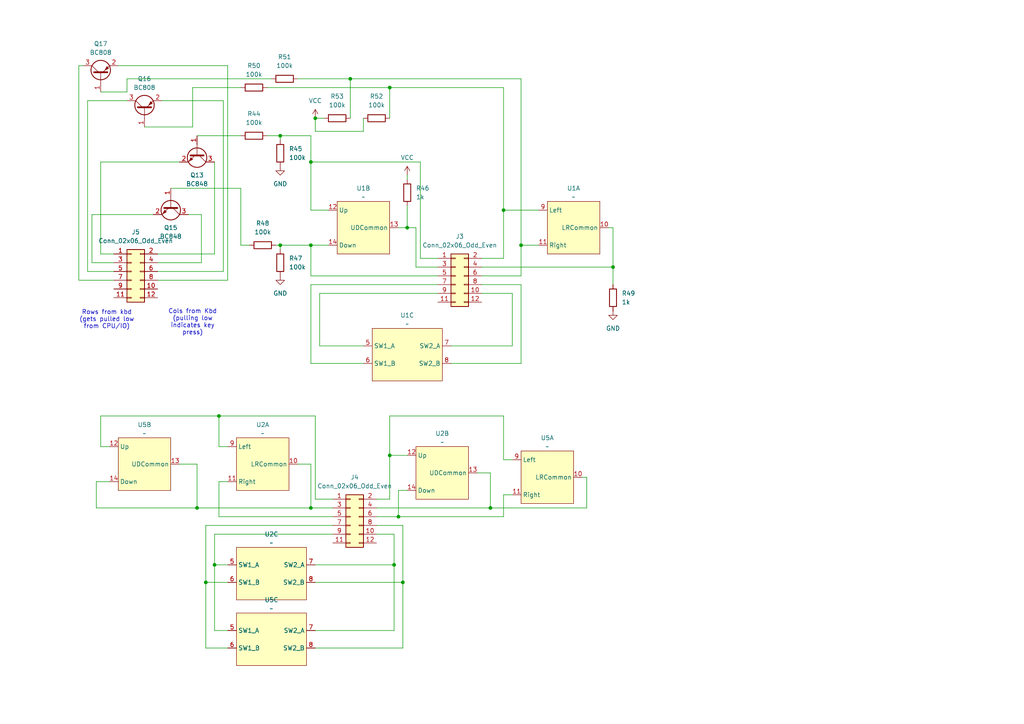
<source format=kicad_sch>
(kicad_sch (version 20250114) (generator "eeschema") (generator_version "9.0")
  (paper "A4")
  (lib_symbols
    (symbol "Connector_Generic:Conn_02x06_Odd_Even" (pin_names (offset 1.016) (hide yes))
      (property "Reference" "J" (at 1.27 7.62 0))
      (property "Value" "Conn_02x06_Odd_Even" (at 1.27 -10.16 0))
      (symbol "Conn_02x06_Odd_Even_1_1"
        (rectangle (start -1.27 6.35) (end 3.81 -8.89) (stroke (width 0.254)) (fill (type background)))
        (rectangle (start -1.27 5.207) (end 0 4.953) (stroke (width 0.1524)))
        (rectangle (start -1.27 2.667) (end 0 2.413) (stroke (width 0.1524)))
        (rectangle (start -1.27 0.127) (end 0 -0.127) (stroke (width 0.1524)))
        (rectangle (start -1.27 -2.413) (end 0 -2.667) (stroke (width 0.1524)))
        (rectangle (start -1.27 -4.953) (end 0 -5.207) (stroke (width 0.1524)))
        (rectangle (start -1.27 -7.493) (end 0 -7.747) (stroke (width 0.1524)))
        (rectangle (start 3.81 5.207) (end 2.54 4.953) (stroke (width 0.1524)))
        (rectangle (start 3.81 2.667) (end 2.54 2.413) (stroke (width 0.1524)))
        (rectangle (start 3.81 0.127) (end 2.54 -0.127) (stroke (width 0.1524)))
        (rectangle (start 3.81 -2.413) (end 2.54 -2.667) (stroke (width 0.1524)))
        (rectangle (start 3.81 -4.953) (end 2.54 -5.207) (stroke (width 0.1524)))
        (rectangle (start 3.81 -7.493) (end 2.54 -7.747) (stroke (width 0.1524)))
        (pin passive line (at -5.08 5.08 0) (length 3.81) (name "Pin_1") (number "1"))
        (pin passive line (at -5.08 2.54 0) (length 3.81) (name "Pin_3") (number "3"))
        (pin passive line (at -5.08 0 0) (length 3.81) (name "Pin_5") (number "5"))
        (pin passive line (at -5.08 -2.54 0) (length 3.81) (name "Pin_7") (number "7"))
        (pin passive line (at -5.08 -5.08 0) (length 3.81) (name "Pin_9") (number "9"))
        (pin passive line (at -5.08 -7.62 0) (length 3.81) (name "Pin_11") (number "11"))
        (pin passive line (at 7.62 5.08 180) (length 3.81) (name "Pin_2") (number "2"))
        (pin passive line (at 7.62 2.54 180) (length 3.81) (name "Pin_4") (number "4"))
        (pin passive line (at 7.62 0 180) (length 3.81) (name "Pin_6") (number "6"))
        (pin passive line (at 7.62 -2.54 180) (length 3.81) (name "Pin_8") (number "8"))
        (pin passive line (at 7.62 -5.08 180) (length 3.81) (name "Pin_10") (number "10"))
        (pin passive line (at 7.62 -7.62 180) (length 3.81) (name "Pin_12") (number "12"))
      )
    )
    (symbol "Device:R" (pin_numbers (hide yes)) (pin_names (offset 0))
      (property "Reference" "R" (at 2.032 0 90))
      (property "Value" "R" (at 0 0 90))
      (symbol "R_0_1"
        (rectangle (start -1.016 -2.54) (end 1.016 2.54) (stroke (width 0.254)))
      )
      (symbol "R_1_1"
        (pin passive line (at 0 3.81 270) (length 1.27) (name "~") (number "1"))
        (pin passive line (at 0 -3.81 90) (length 1.27) (name "~") (number "2"))
      )
    )
    (symbol "Transistor_BJT:BC808" (pin_names (offset 0) (hide yes))
      (property "Reference" "Q" (at 5.08 1.905 0))
      (property "Value" "BC808" (at 5.08 0 0))
      (symbol "BC808_0_1"
        (polyline (pts (xy -2.54 0) (xy 0.635 0)))
        (polyline (pts (xy 0.635 1.905) (xy 0.635 -1.905)) (stroke (width 0.508)))
        (polyline (pts (xy 0.635 0.635) (xy 2.54 2.54)))
        (polyline (pts (xy 0.635 -0.635) (xy 2.54 -2.54)))
        (circle (center 1.27 0) (radius 2.8194) (stroke (width 0.254)))
        (polyline (pts (xy 2.286 -1.778) (xy 1.778 -2.286) (xy 1.27 -1.27) (xy 2.286 -1.778)) (fill (type outline)))
      )
      (symbol "BC808_1_1"
        (pin input line (at -5.08 0 0) (length 2.54) (name "B") (number "1"))
        (pin passive line (at 2.54 5.08 270) (length 2.54) (name "C") (number "3"))
        (pin passive line (at 2.54 -5.08 90) (length 2.54) (name "E") (number "2"))
      )
    )
    (symbol "Transistor_BJT:BC848" (pin_names (offset 0) (hide yes))
      (property "Reference" "Q" (at 5.08 1.905 0))
      (property "Value" "BC848" (at 5.08 0 0))
      (symbol "BC848_0_1"
        (polyline (pts (xy -2.54 0) (xy 0.635 0)))
        (polyline (pts (xy 0.635 1.905) (xy 0.635 -1.905)) (stroke (width 0.508)))
        (circle (center 1.27 0) (radius 2.8194) (stroke (width 0.254)))
      )
      (symbol "BC848_1_1"
        (polyline (pts (xy 0.635 0.635) (xy 2.54 2.54)))
        (polyline (pts (xy 0.635 -0.635) (xy 2.54 -2.54)))
        (polyline (pts (xy 1.27 -1.778) (xy 1.778 -1.27) (xy 2.286 -2.286) (xy 1.27 -1.778)) (fill (type outline)))
        (pin input line (at -5.08 0 0) (length 2.54) (name "B") (number "1"))
        (pin passive line (at 2.54 5.08 270) (length 2.54) (name "C") (number "3"))
        (pin passive line (at 2.54 -5.08 90) (length 2.54) (name "E") (number "2"))
      )
    )
    (symbol "petkn:Thumbstick_with_switch"
      (property "Reference" "U" (at 0 10.16 0))
      (symbol "Thumbstick_with_switch_1_1"
        (rectangle (start -7.62 7.62) (end 7.62 -7.62) (fill (type background)))
        (pin input line (at -10.16 5.08 0) (length 2.54) (name "Left") (number "9"))
        (pin input line (at -10.16 -5.08 0) (length 2.54) (name "Right") (number "11"))
        (pin input line (at 10.16 0 180) (length 2.54) (name "LRCommon") (number "10"))
      )
      (symbol "Thumbstick_with_switch_2_1"
        (rectangle (start -7.62 7.62) (end 7.62 -7.62) (fill (type background)))
        (pin input line (at -10.16 5.08 0) (length 2.54) (name "Up") (number "12"))
        (pin input line (at -10.16 -5.08 0) (length 2.54) (name "Down") (number "14"))
        (pin input line (at 10.16 0 180) (length 2.54) (name "UDCommon") (number "13"))
      )
      (symbol "Thumbstick_with_switch_3_1"
        (rectangle (start -10.16 7.62) (end 10.16 -7.62) (fill (type background)))
        (pin input line (at -12.7 2.54 0) (length 2.54) (name "SW1_A") (number "5"))
        (pin input line (at -12.7 -2.54 0) (length 2.54) (name "SW1_B") (number "6"))
        (pin input line (at 12.7 2.54 180) (length 2.54) (name "SW2_A") (number "7"))
        (pin input line (at 12.7 -2.54 180) (length 2.54) (name "SW2_B") (number "8"))
      )
      (symbol "Thumbstick_with_switch_4_1"
        (rectangle (start -7.62 5.08) (end 7.62 -5.08) (fill (type background)))
        (pin input line (at -10.16 2.54 0) (length 2.54) (name "GND1") (number "1"))
        (pin input line (at -10.16 -2.54 0) (length 2.54) (name "GND2") (number "2"))
        (pin input line (at 10.16 2.54 180) (length 2.54) (name "GND3") (number "3"))
        (pin input line (at 10.16 -2.54 180) (length 2.54) (name "GND4") (number "4"))
      )
    )
    (symbol "power:GND" (power) (pin_numbers (hide yes)) (pin_names (offset 0) (hide yes))
      (property "Value" "GND" (at 0 -3.81 0))
      (symbol "GND_0_1"
        (polyline (pts (xy 0 0) (xy 0 -1.27) (xy 1.27 -1.27) (xy 0 -2.54) (xy -1.27 -1.27) (xy 0 -1.27)))
      )
      (symbol "GND_1_1"
        (pin power_in line (at 0 0 270) (length 0) (name "~") (number "1"))
      )
    )
    (symbol "power:VCC" (power) (pin_numbers (hide yes)) (pin_names (offset 0) (hide yes))
      (property "Value" "VCC" (at 0 3.556 0))
      (symbol "VCC_0_1"
        (polyline (pts (xy -0.762 1.27) (xy 0 2.54)))
        (polyline (pts (xy 0 2.54) (xy 0.762 1.27)))
        (polyline (pts (xy 0 0) (xy 0 2.54)))
      )
      (symbol "VCC_1_1"
        (pin power_in line (at 0 0 90) (length 0) (name "~") (number "1"))
      )
    )
  )
  (text "Rows from kbd\n(gets pulled low\nfrom CPU/IO)\n" (at 30.988 92.71 0) (effects (font (size 1.27 1.27))))
  (text "Cols from Kbd\n(pulling low\nindicates key\npress)" (at 55.88 93.472 0) (effects (font (size 1.27 1.27))))
  (junction (at 81.28 39.37))
  (junction (at 113.03 25.4))
  (junction (at 91.44 34.29))
  (junction (at 142.24 147.32))
  (junction (at 118.11 66.04))
  (junction (at 151.13 71.12))
  (junction (at 177.8 77.47))
  (junction (at 115.57 149.86))
  (junction (at 59.69 168.91))
  (junction (at 81.28 71.12))
  (junction (at 62.23 163.83))
  (junction (at 90.17 46.99))
  (junction (at 63.5 120.65))
  (junction (at 90.17 71.12))
  (junction (at 146.05 60.96))
  (junction (at 114.3 163.83))
  (junction (at 57.15 147.32))
  (junction (at 90.17 147.32))
  (junction (at 101.6 22.86))
  (junction (at 113.03 132.08))
  (junction (at 116.84 168.91))
  (wire (pts (xy 91.44 120.65) (xy 63.5 120.65)))
  (wire (pts (xy 148.59 133.35) (xy 146.05 133.35)))
  (wire (pts (xy 151.13 82.55) (xy 151.13 105.41)))
  (wire (pts (xy 29.21 129.54) (xy 29.21 120.65)))
  (wire (pts (xy 115.57 149.86) (xy 115.57 142.24)))
  (wire (pts (xy 120.65 66.04) (xy 120.65 77.47)))
  (wire (pts (xy 114.3 163.83) (xy 114.3 154.94)))
  (wire (pts (xy 109.22 147.32) (xy 142.24 147.32)))
  (wire (pts (xy 55.88 25.4) (xy 69.85 25.4)))
  (wire (pts (xy 46.99 29.21) (xy 64.77 29.21)))
  (wire (pts (xy 146.05 149.86) (xy 115.57 149.86)))
  (wire (pts (xy 90.17 134.62) (xy 90.17 147.32)))
  (wire (pts (xy 151.13 71.12) (xy 151.13 80.01)))
  (wire (pts (xy 63.5 139.7) (xy 66.04 139.7)))
  (wire (pts (xy 139.7 82.55) (xy 151.13 82.55)))
  (wire (pts (xy 90.17 82.55) (xy 90.17 105.41)))
  (wire (pts (xy 118.11 59.69) (xy 118.11 66.04)))
  (wire (pts (xy 130.81 100.33) (xy 148.59 100.33)))
  (wire (pts (xy 22.86 19.05) (xy 24.13 19.05)))
  (wire (pts (xy 86.36 134.62) (xy 90.17 134.62)))
  (wire (pts (xy 81.28 40.64) (xy 81.28 39.37)))
  (wire (pts (xy 168.91 138.43) (xy 170.18 138.43)))
  (wire (pts (xy 90.17 147.32) (xy 96.52 147.32)))
  (wire (pts (xy 25.4 29.21) (xy 36.83 29.21)))
  (wire (pts (xy 22.86 81.28) (xy 22.86 19.05)))
  (wire (pts (xy 69.85 54.61) (xy 69.85 71.12)))
  (wire (pts (xy 64.77 29.21) (xy 64.77 78.74)))
  (wire (pts (xy 26.67 76.2) (xy 26.67 62.23)))
  (wire (pts (xy 95.25 71.12) (xy 90.17 71.12)))
  (wire (pts (xy 62.23 182.88) (xy 62.23 163.83)))
  (wire (pts (xy 156.21 60.96) (xy 146.05 60.96)))
  (wire (pts (xy 113.03 132.08) (xy 118.11 132.08)))
  (wire (pts (xy 33.02 76.2) (xy 26.67 76.2)))
  (wire (pts (xy 105.41 38.1) (xy 91.44 38.1)))
  (wire (pts (xy 170.18 138.43) (xy 170.18 147.32)))
  (wire (pts (xy 33.02 81.28) (xy 22.86 81.28)))
  (wire (pts (xy 101.6 22.86) (xy 101.6 34.29)))
  (wire (pts (xy 29.21 26.67) (xy 36.83 26.67)))
  (wire (pts (xy 177.8 77.47) (xy 177.8 82.55)))
  (wire (pts (xy 62.23 73.66) (xy 62.23 46.99)))
  (wire (pts (xy 29.21 46.99) (xy 29.21 73.66)))
  (wire (pts (xy 57.15 147.32) (xy 90.17 147.32)))
  (wire (pts (xy 66.04 81.28) (xy 45.72 81.28)))
  (wire (pts (xy 91.44 34.29) (xy 93.98 34.29)))
  (wire (pts (xy 57.15 134.62) (xy 57.15 147.32)))
  (wire (pts (xy 116.84 152.4) (xy 109.22 152.4)))
  (wire (pts (xy 113.03 25.4) (xy 146.05 25.4)))
  (wire (pts (xy 146.05 120.65) (xy 113.03 120.65)))
  (wire (pts (xy 114.3 154.94) (xy 109.22 154.94)))
  (wire (pts (xy 55.88 36.83) (xy 55.88 25.4)))
  (wire (pts (xy 62.23 163.83) (xy 66.04 163.83)))
  (wire (pts (xy 130.81 105.41) (xy 151.13 105.41)))
  (wire (pts (xy 146.05 143.51) (xy 146.05 149.86)))
  (wire (pts (xy 170.18 147.32) (xy 142.24 147.32)))
  (wire (pts (xy 91.44 182.88) (xy 114.3 182.88)))
  (wire (pts (xy 115.57 142.24) (xy 118.11 142.24)))
  (wire (pts (xy 151.13 80.01) (xy 139.7 80.01)))
  (wire (pts (xy 91.44 168.91) (xy 116.84 168.91)))
  (wire (pts (xy 66.04 182.88) (xy 62.23 182.88)))
  (wire (pts (xy 62.23 154.94) (xy 62.23 163.83)))
  (wire (pts (xy 148.59 100.33) (xy 148.59 85.09)))
  (wire (pts (xy 27.94 139.7) (xy 27.94 147.32)))
  (wire (pts (xy 101.6 22.86) (xy 151.13 22.86)))
  (wire (pts (xy 57.15 39.37) (xy 69.85 39.37)))
  (wire (pts (xy 127 85.09) (xy 92.71 85.09)))
  (wire (pts (xy 96.52 152.4) (xy 59.69 152.4)))
  (wire (pts (xy 77.47 39.37) (xy 81.28 39.37)))
  (wire (pts (xy 142.24 137.16) (xy 138.43 137.16)))
  (wire (pts (xy 90.17 71.12) (xy 90.17 80.01)))
  (wire (pts (xy 36.83 26.67) (xy 36.83 22.86)))
  (wire (pts (xy 25.4 78.74) (xy 25.4 29.21)))
  (wire (pts (xy 31.75 129.54) (xy 29.21 129.54)))
  (wire (pts (xy 113.03 120.65) (xy 113.03 132.08)))
  (wire (pts (xy 27.94 147.32) (xy 57.15 147.32)))
  (wire (pts (xy 90.17 80.01) (xy 127 80.01)))
  (wire (pts (xy 151.13 22.86) (xy 151.13 71.12)))
  (wire (pts (xy 109.22 149.86) (xy 115.57 149.86)))
  (wire (pts (xy 116.84 187.96) (xy 116.84 168.91)))
  (wire (pts (xy 96.52 144.78) (xy 91.44 144.78)))
  (wire (pts (xy 45.72 76.2) (xy 58.42 76.2)))
  (wire (pts (xy 118.11 52.07) (xy 118.11 50.8)))
  (wire (pts (xy 59.69 187.96) (xy 59.69 168.91)))
  (wire (pts (xy 177.8 66.04) (xy 177.8 77.47)))
  (wire (pts (xy 95.25 60.96) (xy 90.17 60.96)))
  (wire (pts (xy 146.05 25.4) (xy 146.05 60.96)))
  (wire (pts (xy 80.01 71.12) (xy 81.28 71.12)))
  (wire (pts (xy 81.28 72.39) (xy 81.28 71.12)))
  (wire (pts (xy 92.71 85.09) (xy 92.71 100.33)))
  (wire (pts (xy 49.53 54.61) (xy 69.85 54.61)))
  (wire (pts (xy 36.83 22.86) (xy 78.74 22.86)))
  (wire (pts (xy 146.05 60.96) (xy 146.05 74.93)))
  (wire (pts (xy 96.52 154.94) (xy 62.23 154.94)))
  (wire (pts (xy 63.5 149.86) (xy 63.5 139.7)))
  (wire (pts (xy 77.47 25.4) (xy 113.03 25.4)))
  (wire (pts (xy 113.03 25.4) (xy 113.03 34.29)))
  (wire (pts (xy 114.3 182.88) (xy 114.3 163.83)))
  (wire (pts (xy 115.57 66.04) (xy 118.11 66.04)))
  (wire (pts (xy 86.36 22.86) (xy 101.6 22.86)))
  (wire (pts (xy 64.77 78.74) (xy 45.72 78.74)))
  (wire (pts (xy 81.28 39.37) (xy 90.17 39.37)))
  (wire (pts (xy 63.5 120.65) (xy 63.5 129.54)))
  (wire (pts (xy 33.02 73.66) (xy 29.21 73.66)))
  (wire (pts (xy 91.44 187.96) (xy 116.84 187.96)))
  (wire (pts (xy 96.52 149.86) (xy 63.5 149.86)))
  (wire (pts (xy 90.17 46.99) (xy 121.92 46.99)))
  (wire (pts (xy 69.85 71.12) (xy 72.39 71.12)))
  (wire (pts (xy 177.8 77.47) (xy 139.7 77.47)))
  (wire (pts (xy 52.07 46.99) (xy 29.21 46.99)))
  (wire (pts (xy 29.21 120.65) (xy 63.5 120.65)))
  (wire (pts (xy 148.59 85.09) (xy 139.7 85.09)))
  (wire (pts (xy 109.22 144.78) (xy 113.03 144.78)))
  (wire (pts (xy 92.71 100.33) (xy 105.41 100.33)))
  (wire (pts (xy 121.92 74.93) (xy 127 74.93)))
  (wire (pts (xy 148.59 143.51) (xy 146.05 143.51)))
  (wire (pts (xy 118.11 66.04) (xy 120.65 66.04)))
  (wire (pts (xy 58.42 76.2) (xy 58.42 62.23)))
  (wire (pts (xy 63.5 129.54) (xy 66.04 129.54)))
  (wire (pts (xy 52.07 134.62) (xy 57.15 134.62)))
  (wire (pts (xy 81.28 71.12) (xy 90.17 71.12)))
  (wire (pts (xy 58.42 62.23) (xy 54.61 62.23)))
  (wire (pts (xy 33.02 78.74) (xy 25.4 78.74)))
  (wire (pts (xy 90.17 105.41) (xy 105.41 105.41)))
  (wire (pts (xy 113.03 144.78) (xy 113.03 132.08)))
  (wire (pts (xy 116.84 168.91) (xy 116.84 152.4)))
  (wire (pts (xy 120.65 77.47) (xy 127 77.47)))
  (wire (pts (xy 59.69 168.91) (xy 66.04 168.91)))
  (wire (pts (xy 156.21 71.12) (xy 151.13 71.12)))
  (wire (pts (xy 176.53 66.04) (xy 177.8 66.04)))
  (wire (pts (xy 121.92 46.99) (xy 121.92 74.93)))
  (wire (pts (xy 59.69 152.4) (xy 59.69 168.91)))
  (wire (pts (xy 91.44 144.78) (xy 91.44 120.65)))
  (wire (pts (xy 66.04 187.96) (xy 59.69 187.96)))
  (wire (pts (xy 91.44 38.1) (xy 91.44 34.29)))
  (wire (pts (xy 66.04 19.05) (xy 66.04 81.28)))
  (wire (pts (xy 41.91 36.83) (xy 55.88 36.83)))
  (wire (pts (xy 31.75 139.7) (xy 27.94 139.7)))
  (wire (pts (xy 127 82.55) (xy 90.17 82.55)))
  (wire (pts (xy 146.05 74.93) (xy 139.7 74.93)))
  (wire (pts (xy 146.05 133.35) (xy 146.05 120.65)))
  (wire (pts (xy 26.67 62.23) (xy 44.45 62.23)))
  (wire (pts (xy 90.17 39.37) (xy 90.17 46.99)))
  (wire (pts (xy 45.72 73.66) (xy 62.23 73.66)))
  (wire (pts (xy 34.29 19.05) (xy 66.04 19.05)))
  (wire (pts (xy 105.41 34.29) (xy 105.41 38.1)))
  (wire (pts (xy 91.44 163.83) (xy 114.3 163.83)))
  (wire (pts (xy 142.24 147.32) (xy 142.24 137.16)))
  (wire (pts (xy 90.17 60.96) (xy 90.17 46.99)))
  (symbol (lib_id "Device:R") (at 73.66 25.4 90) (unit 1)
    (property "Reference" "R50" (at 73.66 19.05 90))
    (property "Value" "100k" (at 73.66 21.59 90))
    (property "Footprint" "Resistor_THT:R_Axial_DIN0204_L3.6mm_D1.6mm_P2.54mm_Vertical" (effects (hide yes)))
    (property "Description" "Resistor" (effects (hide yes)))
  )
  (symbol (lib_id "Device:R") (at 118.11 55.88 180) (unit 1)
    (property "Reference" "R46" (at 120.65 54.6099 0) (effects (justify right)))
    (property "Value" "1k" (at 120.65 57.1499 0) (effects (justify right)))
    (property "Footprint" "Resistor_THT:R_Axial_DIN0204_L3.6mm_D1.6mm_P2.54mm_Vertical" (effects (hide yes)))
    (property "Description" "Resistor" (effects (hide yes)))
  )
  (symbol (lib_id "Connector_Generic:Conn_02x06_Odd_Even") (at 132.08 80.01 0) (unit 1)
    (property "Reference" "J3" (at 133.35 68.58 0))
    (property "Value" "Conn_02x06_Odd_Even" (at 133.35 71.12 0))
    (property "Footprint" "Connector_PinHeader_2.54mm:PinHeader_2x06_P2.54mm_Vertical" (effects (hide yes)))
    (property "Description" "Generic connector, double row, 02x06, odd/even pin numbering scheme (row 1 odd numbers, row 2 even numbers), script generated (kicad-library-utils/schlib/autogen/connector/)" (effects (hide yes)))
    (property "LCSC" "C9136" (effects (hide yes)))
  )
  (symbol (lib_id "petkn:Thumbstick_with_switch") (at 78.74 185.42 0) (unit 3)
    (property "Reference" "U5" (at 78.74 173.99 0))
    (property "Value" "~" (at 78.74 176.53 0))
    (property "Footprint" "petkn:THB Miniature Thumbstick THB001P" (effects (hide yes)))
    (property "Mouser" "611-THB001P " (effects (hide yes)))
    (property "LCSC" "C2685355" (effects (hide yes)))
  )
  (symbol (lib_id "Transistor_BJT:BC808") (at 29.21 21.59 90) (unit 1)
    (property "Reference" "Q17" (at 29.21 12.7 90))
    (property "Value" "BC808" (at 29.21 15.24 90))
    (property "Footprint" "Package_TO_SOT_SMD:SOT-23" (effects (hide yes)))
    (property "Datasheet" "https://www.onsemi.com/pub/Collateral/BC808-D.pdf" (effects (hide yes)))
    (property "Description" "0.8A Ic, 25V Vce, PNP Transistor, SOT-23" (effects (hide yes)))
    (property "LCSC" "C605311" (effects (hide yes)))
  )
  (symbol (lib_id "petkn:Thumbstick_with_switch") (at 158.75 138.43 0) (unit 1)
    (property "Reference" "U5" (at 158.75 127 0))
    (property "Value" "~" (at 158.75 129.54 0))
    (property "Footprint" "petkn:THB Miniature Thumbstick THB001P" (effects (hide yes)))
    (property "Mouser" "611-THB001P " (effects (hide yes)))
    (property "LCSC" "C2685355" (effects (hide yes)))
  )
  (symbol (lib_id "petkn:Thumbstick_with_switch") (at 76.2 134.62 0) (unit 1)
    (property "Reference" "U2" (at 76.2 123.19 0))
    (property "Value" "~" (at 76.2 125.73 0))
    (property "Footprint" "petkn:true-components-98002c3-ps2-ps3" (effects (hide yes)))
    (property "Conrad" "1566389 - VQ" (effects (hide yes)))
    (property "True-components" "425624" (effects (hide yes)))
  )
  (symbol (lib_id "power:GND") (at 177.8 90.17 0) (unit 1)
    (property "Reference" "#PWR028" (effects (hide yes)))
    (property "Value" "GND" (at 177.8 95.25 0))
    (property "Description" "Power symbol creates a global label with name \"GND\" , ground" (effects (hide yes)))
  )
  (symbol (lib_id "power:GND") (at 81.28 48.26 0) (unit 1)
    (property "Reference" "#PWR025" (effects (hide yes)))
    (property "Value" "GND" (at 81.28 53.34 0))
    (property "Description" "Power symbol creates a global label with name \"GND\" , ground" (effects (hide yes)))
  )
  (symbol (lib_id "Connector_Generic:Conn_02x06_Odd_Even") (at 101.6 149.86 0) (unit 1)
    (property "Reference" "J4" (at 102.87 138.43 0))
    (property "Value" "Conn_02x06_Odd_Even" (at 102.87 140.97 0))
    (property "Footprint" "Connector_PinHeader_2.54mm:PinHeader_2x06_P2.54mm_Vertical" (effects (hide yes)))
    (property "Description" "Generic connector, double row, 02x06, odd/even pin numbering scheme (row 1 odd numbers, row 2 even numbers), script generated (kicad-library-utils/schlib/autogen/connector/)" (effects (hide yes)))
    (property "LCSC" "C9136" (effects (hide yes)))
  )
  (symbol (lib_id "Transistor_BJT:BC848") (at 49.53 59.69 270) (unit 1)
    (property "Reference" "Q15" (at 49.53 66.04 90))
    (property "Value" "BC848" (at 49.53 68.58 90))
    (property "Footprint" "Package_TO_SOT_SMD:SOT-23" (effects (hide yes)))
    (property "Datasheet" "http://www.infineon.com/dgdl/Infineon-BC847SERIES_BC848SERIES_BC849SERIES_BC850SERIES-DS-v01_01-en.pdf?fileId=db3a304314dca389011541d4630a1657" (effects (hide yes)))
    (property "Description" "0.1A Ic, 30V Vce, NPN Transistor, SOT-23" (effects (hide yes)))
    (property "LCSC" "C5184434" (effects (hide yes)))
  )
  (symbol (lib_id "power:VCC") (at 118.11 50.8 0) (unit 1)
    (property "Reference" "#PWR026" (effects (hide yes)))
    (property "Value" "VCC" (at 118.11 45.72 0))
    (property "Description" "Power symbol creates a global label with name \"VCC\"" (effects (hide yes)))
  )
  (symbol (lib_id "power:VCC") (at 91.44 34.29 0) (unit 1)
    (property "Reference" "#PWR029" (effects (hide yes)))
    (property "Value" "VCC" (at 91.44 29.21 0))
    (property "Description" "Power symbol creates a global label with name \"VCC\"" (effects (hide yes)))
  )
  (symbol (lib_id "petkn:Thumbstick_with_switch") (at 105.41 66.04 0) (unit 2)
    (property "Reference" "U1" (at 105.41 54.61 0))
    (property "Value" "~" (at 105.41 57.15 0))
    (property "Footprint" "petkn:THB Miniature Thumbstick THB001P" (effects (hide yes)))
    (property "Mouser" "611-THB001P " (effects (hide yes)))
    (property "LCSC" "C2685355" (effects (hide yes)))
  )
  (symbol (lib_id "power:GND") (at 81.28 80.01 0) (unit 1)
    (property "Reference" "#PWR027" (effects (hide yes)))
    (property "Value" "GND" (at 81.28 85.09 0))
    (property "Description" "Power symbol creates a global label with name \"GND\" , ground" (effects (hide yes)))
  )
  (symbol (lib_id "petkn:Thumbstick_with_switch") (at 166.37 66.04 0) (unit 1)
    (property "Reference" "U1" (at 166.37 54.61 0))
    (property "Value" "~" (at 166.37 57.15 0))
    (property "Footprint" "petkn:THB Miniature Thumbstick THB001P" (effects (hide yes)))
    (property "Mouser" "611-THB001P " (effects (hide yes)))
    (property "LCSC" "C2685355" (effects (hide yes)))
  )
  (symbol (lib_id "petkn:Thumbstick_with_switch") (at 128.27 137.16 0) (unit 2)
    (property "Reference" "U2" (at 128.27 125.73 0))
    (property "Value" "~" (at 128.27 128.27 0))
    (property "Footprint" "petkn:true-components-98002c3-ps2-ps3" (effects (hide yes)))
    (property "Conrad" "1566389 - VQ" (effects (hide yes)))
    (property "True-components" "425624" (effects (hide yes)))
  )
  (symbol (lib_id "Device:R") (at 81.28 76.2 180) (unit 1)
    (property "Reference" "R47" (at 83.82 74.9299 0) (effects (justify right)))
    (property "Value" "100k" (at 83.82 77.4699 0) (effects (justify right)))
    (property "Footprint" "Resistor_THT:R_Axial_DIN0204_L3.6mm_D1.6mm_P2.54mm_Vertical" (effects (hide yes)))
    (property "Description" "Resistor" (effects (hide yes)))
  )
  (symbol (lib_id "petkn:Thumbstick_with_switch") (at 78.74 166.37 0) (unit 3)
    (property "Reference" "U2" (at 78.74 154.94 0))
    (property "Value" "~" (at 78.74 157.48 0))
    (property "Footprint" "petkn:true-components-98002c3-ps2-ps3" (effects (hide yes)))
    (property "Conrad" "1566389 - VQ" (effects (hide yes)))
    (property "True-components" "425624" (effects (hide yes)))
  )
  (symbol (lib_id "Device:R") (at 73.66 39.37 90) (unit 1)
    (property "Reference" "R44" (at 73.66 33.02 90))
    (property "Value" "100k" (at 73.66 35.56 90))
    (property "Footprint" "Resistor_THT:R_Axial_DIN0204_L3.6mm_D1.6mm_P2.54mm_Vertical" (effects (hide yes)))
    (property "Description" "Resistor" (effects (hide yes)))
  )
  (symbol (lib_id "Device:R") (at 82.55 22.86 90) (unit 1)
    (property "Reference" "R51" (at 82.55 16.51 90))
    (property "Value" "100k" (at 82.55 19.05 90))
    (property "Footprint" "Resistor_THT:R_Axial_DIN0204_L3.6mm_D1.6mm_P2.54mm_Vertical" (effects (hide yes)))
    (property "Description" "Resistor" (effects (hide yes)))
  )
  (symbol (lib_id "Transistor_BJT:BC808") (at 41.91 31.75 90) (unit 1)
    (property "Reference" "Q16" (at 41.91 22.86 90))
    (property "Value" "BC808" (at 41.91 25.4 90))
    (property "Footprint" "Package_TO_SOT_SMD:SOT-23" (effects (hide yes)))
    (property "Datasheet" "https://www.onsemi.com/pub/Collateral/BC808-D.pdf" (effects (hide yes)))
    (property "Description" "0.8A Ic, 25V Vce, PNP Transistor, SOT-23" (effects (hide yes)))
    (property "LCSC" "C605311" (effects (hide yes)))
  )
  (symbol (lib_id "Transistor_BJT:BC848") (at 57.15 44.45 270) (unit 1)
    (property "Reference" "Q13" (at 57.15 50.8 90))
    (property "Value" "BC848" (at 57.15 53.34 90))
    (property "Footprint" "Package_TO_SOT_SMD:SOT-23" (effects (hide yes)))
    (property "Datasheet" "http://www.infineon.com/dgdl/Infineon-BC847SERIES_BC848SERIES_BC849SERIES_BC850SERIES-DS-v01_01-en.pdf?fileId=db3a304314dca389011541d4630a1657" (effects (hide yes)))
    (property "Description" "0.1A Ic, 30V Vce, NPN Transistor, SOT-23" (effects (hide yes)))
    (property "LCSC" "C5184434" (effects (hide yes)))
  )
  (symbol (lib_id "petkn:Thumbstick_with_switch") (at 118.11 102.87 0) (unit 3)
    (property "Reference" "U1" (at 118.11 91.44 0))
    (property "Value" "~" (at 118.11 93.98 0))
    (property "Footprint" "petkn:THB Miniature Thumbstick THB001P" (effects (hide yes)))
    (property "Mouser" "611-THB001P " (effects (hide yes)))
    (property "LCSC" "C2685355" (effects (hide yes)))
  )
  (symbol (lib_id "Device:R") (at 81.28 44.45 180) (unit 1)
    (property "Reference" "R45" (at 83.82 43.1799 0) (effects (justify right)))
    (property "Value" "100k" (at 83.82 45.7199 0) (effects (justify right)))
    (property "Footprint" "Resistor_THT:R_Axial_DIN0204_L3.6mm_D1.6mm_P2.54mm_Vertical" (effects (hide yes)))
    (property "Description" "Resistor" (effects (hide yes)))
  )
  (symbol (lib_id "Device:R") (at 177.8 86.36 180) (unit 1)
    (property "Reference" "R49" (at 180.34 85.0899 0) (effects (justify right)))
    (property "Value" "1k" (at 180.34 87.6299 0) (effects (justify right)))
    (property "Footprint" "Resistor_THT:R_Axial_DIN0204_L3.6mm_D1.6mm_P2.54mm_Vertical" (effects (hide yes)))
    (property "Description" "Resistor" (effects (hide yes)))
  )
  (symbol (lib_id "Device:R") (at 76.2 71.12 90) (unit 1)
    (property "Reference" "R48" (at 76.2 64.77 90))
    (property "Value" "100k" (at 76.2 67.31 90))
    (property "Footprint" "Resistor_THT:R_Axial_DIN0204_L3.6mm_D1.6mm_P2.54mm_Vertical" (effects (hide yes)))
    (property "Description" "Resistor" (effects (hide yes)))
  )
  (symbol (lib_id "Connector_Generic:Conn_02x06_Odd_Even") (at 38.1 78.74 0) (unit 1)
    (property "Reference" "J5" (at 39.37 67.31 0))
    (property "Value" "Conn_02x06_Odd_Even" (at 39.37 69.85 0))
    (property "Footprint" "Connector_PinHeader_2.54mm:PinHeader_2x06_P2.54mm_Vertical" (effects (hide yes)))
    (property "Description" "Generic connector, double row, 02x06, odd/even pin numbering scheme (row 1 odd numbers, row 2 even numbers), script generated (kicad-library-utils/schlib/autogen/connector/)" (effects (hide yes)))
    (property "LCSC" "C9136" (effects (hide yes)))
  )
  (symbol (lib_id "Device:R") (at 109.22 34.29 90) (unit 1)
    (property "Reference" "R52" (at 109.22 27.94 90))
    (property "Value" "100k" (at 109.22 30.48 90))
    (property "Footprint" "Resistor_THT:R_Axial_DIN0204_L3.6mm_D1.6mm_P2.54mm_Vertical" (effects (hide yes)))
    (property "Description" "Resistor" (effects (hide yes)))
  )
  (symbol (lib_id "petkn:Thumbstick_with_switch") (at 41.91 134.62 0) (unit 2)
    (property "Reference" "U5" (at 41.91 123.19 0))
    (property "Value" "~" (at 41.91 125.73 0))
    (property "Footprint" "petkn:THB Miniature Thumbstick THB001P" (effects (hide yes)))
    (property "Mouser" "611-THB001P " (effects (hide yes)))
    (property "LCSC" "C2685355" (effects (hide yes)))
  )
  (symbol (lib_id "Device:R") (at 97.79 34.29 90) (unit 1)
    (property "Reference" "R53" (at 97.79 27.94 90))
    (property "Value" "100k" (at 97.79 30.48 90))
    (property "Footprint" "Resistor_THT:R_Axial_DIN0204_L3.6mm_D1.6mm_P2.54mm_Vertical" (effects (hide yes)))
    (property "Description" "Resistor" (effects (hide yes)))
  )
)
</source>
